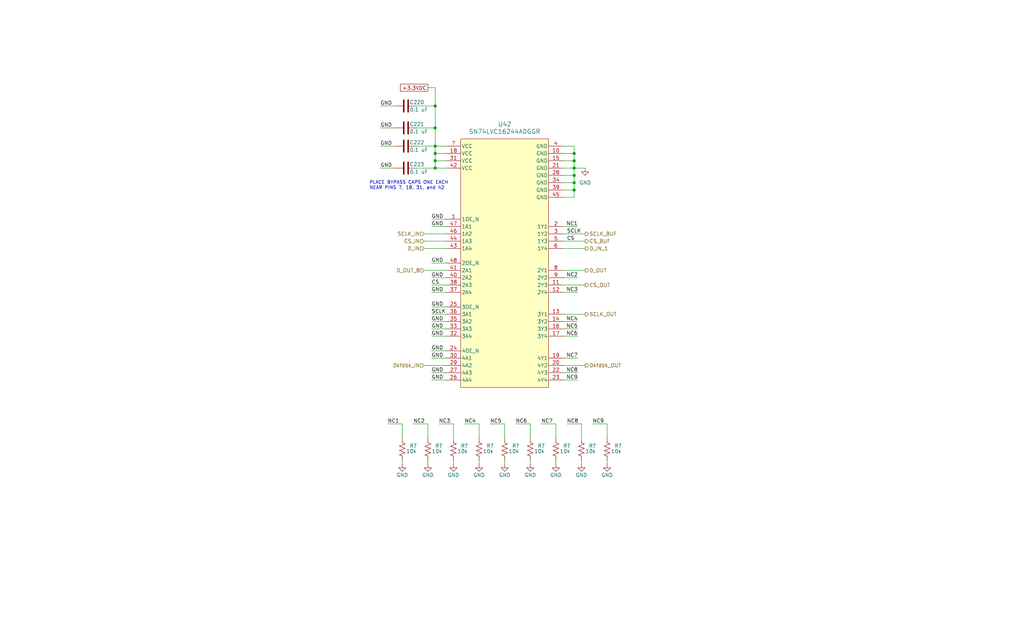
<source format=kicad_sch>
(kicad_sch (version 20231120) (generator "eeschema") (generator_version "8.0")
  (paper "USLegal")
  (title_block (title "LWA ARX  Rev I") (date "2024-11-15") (rev "2.0"))
  (lib_symbols
    (symbol "Device:C" (pin_numbers hide) (pin_names (offset 0.254))
      (property "Reference" "C" (at 0.635 2.54 0))
      (property "Value" "C" (at 0.635 -2.54 0))
      (symbol "C_0_1"
        (polyline (pts (xy -2.032 -0.762) (xy 2.032 -0.762)) (stroke (width 0.508)))
        (polyline (pts (xy -2.032 0.762) (xy 2.032 0.762)) (stroke (width 0.508)))
      )
      (symbol "C_1_1"
        (pin passive line (at 0 3.81 270) (length 2.794) (name "~") (number "1"))
        (pin passive line (at 0 -3.81 90) (length 2.794) (name "~") (number "2"))
      )
    )
    (symbol "Device:R_US" (pin_numbers hide) (pin_names (offset 0))
      (property "Reference" "R" (at 2.54 0 90))
      (property "Value" "R_US" (at -2.54 0 90))
      (symbol "R_US_0_1"
        (polyline (pts (xy 0 -2.286) (xy 0 -2.54)))
        (polyline (pts (xy 0 2.286) (xy 0 2.54)))
        (polyline (pts (xy 0 -0.762) (xy 1.016 -1.143) (xy 0 -1.524) (xy -1.016 -1.905) (xy 0 -2.286)))
        (polyline (pts (xy 0 0.762) (xy 1.016 0.381) (xy 0 0) (xy -1.016 -0.381) (xy 0 -0.762)))
        (polyline (pts (xy 0 2.286) (xy 1.016 1.905) (xy 0 1.524) (xy -1.016 1.143) (xy 0 0.762)))
      )
      (symbol "R_US_1_1"
        (pin passive line (at 0 3.81 270) (length 1.27) (name "~") (number "1"))
        (pin passive line (at 0 -3.81 90) (length 1.27) (name "~") (number "2"))
      )
    )
    (symbol "LWA_RF:SN74LVC16244ADGGR" (pin_names (offset 0.254))
      (property "Reference" "U" (at 0 2.54 0))
      (property "Value" "SN74LVC16244ADGGR" (at 0 0 0))
      (symbol "SN74LVC16244ADGGR_0_1"
        (pin input line (at -20.32 12.7 0) (length 5.08) (name "1OE_N") (number "1"))
        (pin power_in line (at 20.32 35.56 180) (length 5.08) (name "GND") (number "10"))
        (pin tri_state line (at 20.32 -10.16 180) (length 5.08) (name "2Y3") (number "11"))
        (pin tri_state line (at 20.32 -12.7 180) (length 5.08) (name "2Y4") (number "12"))
        (pin tri_state line (at 20.32 -20.32 180) (length 5.08) (name "3Y1") (number "13"))
        (pin tri_state line (at 20.32 -22.86 180) (length 5.08) (name "3Y2") (number "14"))
        (pin power_in line (at 20.32 33.02 180) (length 5.08) (name "GND") (number "15"))
        (pin tri_state line (at 20.32 -25.4 180) (length 5.08) (name "3Y3") (number "16"))
        (pin tri_state line (at 20.32 -27.94 180) (length 5.08) (name "3Y4") (number "17"))
        (pin power_in line (at -20.32 35.56 0) (length 5.08) (name "VCC") (number "18"))
        (pin tri_state line (at 20.32 -35.56 180) (length 5.08) (name "4Y1") (number "19"))
        (pin tri_state line (at 20.32 10.16 180) (length 5.08) (name "1Y1") (number "2"))
        (pin tri_state line (at 20.32 -38.1 180) (length 5.08) (name "4Y2") (number "20"))
        (pin power_in line (at 20.32 30.48 180) (length 5.08) (name "GND") (number "21"))
        (pin tri_state line (at 20.32 -40.64 180) (length 5.08) (name "4Y3") (number "22"))
        (pin tri_state line (at 20.32 -43.18 180) (length 5.08) (name "4Y4") (number "23"))
        (pin input line (at -20.32 -33.02 0) (length 5.08) (name "4OE_N") (number "24"))
        (pin input line (at -20.32 -17.78 0) (length 5.08) (name "3OE_N") (number "25"))
        (pin input line (at -20.32 -43.18 0) (length 5.08) (name "4A4") (number "26"))
        (pin input line (at -20.32 -40.64 0) (length 5.08) (name "4A3") (number "27"))
        (pin power_in line (at 20.32 27.94 180) (length 5.08) (name "GND") (number "28"))
        (pin input line (at -20.32 -38.1 0) (length 5.08) (name "4A2") (number "29"))
        (pin tri_state line (at 20.32 7.62 180) (length 5.08) (name "1Y2") (number "3"))
        (pin input line (at -20.32 -35.56 0) (length 5.08) (name "4A1") (number "30"))
        (pin power_in line (at -20.32 33.02 0) (length 5.08) (name "VCC") (number "31"))
        (pin input line (at -20.32 -27.94 0) (length 5.08) (name "3A4") (number "32"))
        (pin input line (at -20.32 -25.4 0) (length 5.08) (name "3A3") (number "33"))
        (pin power_in line (at 20.32 25.4 180) (length 5.08) (name "GND") (number "34"))
        (pin input line (at -20.32 -22.86 0) (length 5.08) (name "3A2") (number "35"))
        (pin input line (at -20.32 -20.32 0) (length 5.08) (name "3A1") (number "36"))
        (pin input line (at -20.32 -12.7 0) (length 5.08) (name "2A4") (number "37"))
        (pin input line (at -20.32 -10.16 0) (length 5.08) (name "2A3") (number "38"))
        (pin power_in line (at 20.32 22.86 180) (length 5.08) (name "GND") (number "39"))
        (pin power_in line (at 20.32 38.1 180) (length 5.08) (name "GND") (number "4"))
        (pin input line (at -20.32 -7.62 0) (length 5.08) (name "2A2") (number "40"))
        (pin input line (at -20.32 -5.08 0) (length 5.08) (name "2A1") (number "41"))
        (pin power_in line (at -20.32 30.48 0) (length 5.08) (name "VCC") (number "42"))
        (pin input line (at -20.32 2.54 0) (length 5.08) (name "1A4") (number "43"))
        (pin input line (at -20.32 5.08 0) (length 5.08) (name "1A3") (number "44"))
        (pin power_in line (at 20.32 20.32 180) (length 5.08) (name "GND") (number "45"))
        (pin input line (at -20.32 7.62 0) (length 5.08) (name "1A2") (number "46"))
        (pin input line (at -20.32 10.16 0) (length 5.08) (name "1A1") (number "47"))
        (pin input line (at -20.32 -2.54 0) (length 5.08) (name "2OE_N") (number "48"))
        (pin tri_state line (at 20.32 5.08 180) (length 5.08) (name "1Y3") (number "5"))
        (pin tri_state line (at 20.32 2.54 180) (length 5.08) (name "1Y4") (number "6"))
        (pin power_in line (at -20.32 38.1 0) (length 5.08) (name "VCC") (number "7"))
        (pin tri_state line (at 20.32 -5.08 180) (length 5.08) (name "2Y1") (number "8"))
        (pin tri_state line (at 20.32 -7.62 180) (length 5.08) (name "2Y2") (number "9"))
      )
      (symbol "SN74LVC16244ADGGR_1_1"
        (rectangle (start -15.24 40.64) (end 15.24 -45.72) (fill (type background)))
      )
    )
    (symbol "power:GND" (power) (pin_names (offset 0))
      (property "Value" "GND" (at 0 -3.81 0))
      (symbol "GND_0_1"
        (polyline (pts (xy 0 0) (xy 0 -1.27) (xy 1.27 -1.27) (xy 0 -2.54) (xy -1.27 -1.27) (xy 0 -1.27)))
      )
      (symbol "GND_1_1"
        (pin power_in line (at 0 0 270) (length 0) hide (name "GND") (number "1"))
      )
    )
  )
  (junction (at 151.13 50.8))
  (junction (at 199.39 58.42))
  (junction (at 151.13 44.45))
  (junction (at 151.13 36.83))
  (junction (at 199.39 66.04))
  (junction (at 151.13 55.88))
  (junction (at 199.39 60.96))
  (junction (at 199.39 53.34))
  (junction (at 199.39 63.5))
  (junction (at 151.13 58.42))
  (junction (at 199.39 55.88))
  (junction (at 151.13 53.34))
  (wire (pts (xy 193.04 160.02) (xy 193.04 161.29)))
  (wire (pts (xy 154.94 58.42) (xy 151.13 58.42)))
  (wire (pts (xy 149.86 78.74) (xy 154.94 78.74)))
  (wire (pts (xy 201.93 152.4) (xy 201.93 147.32)))
  (wire (pts (xy 143.51 147.32) (xy 148.59 147.32)))
  (wire (pts (xy 203.2 127) (xy 195.58 127)))
  (wire (pts (xy 151.13 55.88) (xy 154.94 55.88)))
  (wire (pts (xy 166.37 152.4) (xy 166.37 147.32)))
  (wire (pts (xy 200.66 101.6) (xy 195.58 101.6)))
  (wire (pts (xy 151.13 36.83) (xy 151.13 30.48)))
  (wire (pts (xy 199.39 58.42) (xy 199.39 60.96)))
  (wire (pts (xy 199.39 58.42) (xy 203.2 58.42)))
  (wire (pts (xy 203.2 81.28) (xy 195.58 81.28)))
  (wire (pts (xy 187.96 147.32) (xy 193.04 147.32)))
  (wire (pts (xy 144.78 36.83) (xy 151.13 36.83)))
  (wire (pts (xy 200.66 116.84) (xy 195.58 116.84)))
  (wire (pts (xy 203.2 86.36) (xy 195.58 86.36)))
  (wire (pts (xy 161.29 147.32) (xy 166.37 147.32)))
  (wire (pts (xy 184.15 152.4) (xy 184.15 147.32)))
  (wire (pts (xy 151.13 53.34) (xy 154.94 53.34)))
  (wire (pts (xy 157.48 152.4) (xy 157.48 147.32)))
  (wire (pts (xy 203.2 109.22) (xy 195.58 109.22)))
  (wire (pts (xy 149.86 96.52) (xy 154.94 96.52)))
  (wire (pts (xy 144.78 44.45) (xy 151.13 44.45)))
  (wire (pts (xy 175.26 152.4) (xy 175.26 147.32)))
  (wire (pts (xy 200.66 124.46) (xy 195.58 124.46)))
  (wire (pts (xy 149.86 124.46) (xy 154.94 124.46)))
  (wire (pts (xy 151.13 53.34) (xy 151.13 50.8)))
  (wire (pts (xy 205.74 147.32) (xy 210.82 147.32)))
  (wire (pts (xy 200.66 132.08) (xy 195.58 132.08)))
  (wire (pts (xy 203.2 93.98) (xy 195.58 93.98)))
  (wire (pts (xy 195.58 58.42) (xy 199.39 58.42)))
  (wire (pts (xy 203.2 99.06) (xy 195.58 99.06)))
  (wire (pts (xy 199.39 63.5) (xy 199.39 66.04)))
  (wire (pts (xy 195.58 68.58) (xy 199.39 68.58)))
  (wire (pts (xy 147.32 81.28) (xy 154.94 81.28)))
  (wire (pts (xy 203.2 83.82) (xy 195.58 83.82)))
  (wire (pts (xy 199.39 50.8) (xy 199.39 53.34)))
  (wire (pts (xy 149.86 111.76) (xy 154.94 111.76)))
  (wire (pts (xy 199.39 66.04) (xy 199.39 68.58)))
  (wire (pts (xy 179.07 147.32) (xy 184.15 147.32)))
  (wire (pts (xy 144.78 58.42) (xy 151.13 58.42)))
  (wire (pts (xy 151.13 50.8) (xy 151.13 44.45)))
  (wire (pts (xy 157.48 160.02) (xy 157.48 161.29)))
  (wire (pts (xy 151.13 58.42) (xy 151.13 55.88)))
  (wire (pts (xy 149.86 101.6) (xy 154.94 101.6)))
  (wire (pts (xy 195.58 60.96) (xy 199.39 60.96)))
  (wire (pts (xy 139.7 160.02) (xy 139.7 161.29)))
  (wire (pts (xy 175.26 160.02) (xy 175.26 161.29)))
  (wire (pts (xy 184.15 160.02) (xy 184.15 161.29)))
  (wire (pts (xy 148.59 160.02) (xy 148.59 161.29)))
  (wire (pts (xy 149.86 121.92) (xy 154.94 121.92)))
  (wire (pts (xy 144.78 50.8) (xy 151.13 50.8)))
  (wire (pts (xy 149.86 114.3) (xy 154.94 114.3)))
  (wire (pts (xy 195.58 55.88) (xy 199.39 55.88)))
  (wire (pts (xy 147.32 83.82) (xy 154.94 83.82)))
  (wire (pts (xy 151.13 44.45) (xy 151.13 36.83)))
  (wire (pts (xy 132.08 50.8) (xy 137.16 50.8)))
  (wire (pts (xy 200.66 78.74) (xy 195.58 78.74)))
  (wire (pts (xy 139.7 152.4) (xy 139.7 147.32)))
  (wire (pts (xy 152.4 147.32) (xy 157.48 147.32)))
  (wire (pts (xy 193.04 152.4) (xy 193.04 147.32)))
  (wire (pts (xy 200.66 111.76) (xy 195.58 111.76)))
  (wire (pts (xy 151.13 50.8) (xy 154.94 50.8)))
  (wire (pts (xy 147.32 93.98) (xy 154.94 93.98)))
  (wire (pts (xy 200.66 114.3) (xy 195.58 114.3)))
  (wire (pts (xy 134.62 147.32) (xy 139.7 147.32)))
  (wire (pts (xy 151.13 30.48) (xy 148.59 30.48)))
  (wire (pts (xy 149.86 91.44) (xy 154.94 91.44)))
  (wire (pts (xy 149.86 99.06) (xy 154.94 99.06)))
  (wire (pts (xy 149.86 132.08) (xy 154.94 132.08)))
  (wire (pts (xy 196.85 147.32) (xy 201.93 147.32)))
  (wire (pts (xy 132.08 44.45) (xy 137.16 44.45)))
  (wire (pts (xy 170.18 147.32) (xy 175.26 147.32)))
  (wire (pts (xy 149.86 109.22) (xy 154.94 109.22)))
  (wire (pts (xy 210.82 152.4) (xy 210.82 147.32)))
  (wire (pts (xy 132.08 58.42) (xy 137.16 58.42)))
  (wire (pts (xy 149.86 76.2) (xy 154.94 76.2)))
  (wire (pts (xy 149.86 106.68) (xy 154.94 106.68)))
  (wire (pts (xy 195.58 53.34) (xy 199.39 53.34)))
  (wire (pts (xy 149.86 116.84) (xy 154.94 116.84)))
  (wire (pts (xy 166.37 160.02) (xy 166.37 161.29)))
  (wire (pts (xy 199.39 58.42) (xy 199.39 55.88)))
  (wire (pts (xy 199.39 53.34) (xy 199.39 55.88)))
  (wire (pts (xy 195.58 50.8) (xy 199.39 50.8)))
  (wire (pts (xy 199.39 60.96) (xy 199.39 63.5)))
  (wire (pts (xy 200.66 96.52) (xy 195.58 96.52)))
  (wire (pts (xy 147.32 86.36) (xy 154.94 86.36)))
  (wire (pts (xy 201.93 160.02) (xy 201.93 161.29)))
  (wire (pts (xy 210.82 160.02) (xy 210.82 161.29)))
  (wire (pts (xy 195.58 66.04) (xy 199.39 66.04)))
  (wire (pts (xy 148.59 152.4) (xy 148.59 147.32)))
  (wire (pts (xy 147.32 127) (xy 154.94 127)))
  (wire (pts (xy 195.58 63.5) (xy 199.39 63.5)))
  (wire (pts (xy 200.66 129.54) (xy 195.58 129.54)))
  (wire (pts (xy 149.86 129.54) (xy 154.94 129.54)))
  (wire (pts (xy 151.13 53.34) (xy 151.13 55.88)))
  (wire (pts (xy 132.08 36.83) (xy 137.16 36.83)))
  (text "PLACE BYPASS CAPS ONE EACH\nNEAR PINS 7, 18, 31, and 42" (at 128.27 66.04 0) (effects (font (size 1.143 1.143)) (justify left bottom)))
  (label "GND" (at 149.86 76.2 0))
  (label "NC4" (at 200.66 111.76 180))
  (label "NC9" (at 200.66 132.08 180))
  (label "CS" (at 196.85 83.82 0))
  (label "GND" (at 149.86 114.3 0))
  (label "NC4" (at 161.29 147.32 0))
  (label "SCLK" (at 196.85 81.28 0))
  (label "GND" (at 132.08 58.42 0))
  (label "NC1" (at 134.62 147.32 0))
  (label "NC2" (at 143.51 147.32 0))
  (label "GND" (at 149.86 111.76 0))
  (label "GND" (at 149.86 124.46 0))
  (label "NC8" (at 200.66 129.54 180))
  (label "CS" (at 149.86 99.06 0))
  (label "GND" (at 149.86 132.08 0))
  (label "NC3" (at 152.4 147.32 0))
  (label "GND" (at 149.86 101.6 0))
  (label "GND" (at 149.86 91.44 0))
  (label "NC2" (at 200.66 96.52 180))
  (label "GND" (at 149.86 121.92 0))
  (label "NC6" (at 200.66 116.84 180))
  (label "SCLK" (at 149.86 109.22 0))
  (label "GND" (at 149.86 106.68 0))
  (label "GND" (at 132.08 50.8 0))
  (label "NC6" (at 179.07 147.32 0))
  (label "GND" (at 149.86 129.54 0))
  (label "GND" (at 149.86 96.52 0))
  (label "NC8" (at 196.85 147.32 0))
  (label "GND" (at 132.08 44.45 0))
  (label "NC9" (at 205.74 147.32 0))
  (label "GND" (at 132.08 36.83 0))
  (label "NC7" (at 200.66 124.46 180))
  (label "NC7" (at 187.96 147.32 0))
  (label "NC5" (at 200.66 114.3 180))
  (label "NC5" (at 170.18 147.32 0))
  (label "GND" (at 149.86 78.74 0))
  (label "NC1" (at 200.66 78.74 180))
  (label "GND" (at 149.86 116.84 0))
  (label "NC3" (at 200.66 101.6 180))
  (global_label "+3.3VDC" (shape passive) (at 148.59 30.48 180) (property "Intersheetrefs" "${INTERSHEET_REFS}" (effects (hide yes))))
  (hierarchical_label "D_OUT" (shape output) (at 203.2 93.98 0))
  (hierarchical_label "D_OUT_8" (shape input) (at 147.32 93.98 180))
  (hierarchical_label "SCLK_OUT" (shape output) (at 203.2 109.22 0))
  (hierarchical_label "D_IN_1" (shape output) (at 203.2 86.36 0))
  (hierarchical_label "D_IN" (shape input) (at 147.32 86.36 180))
  (hierarchical_label "Dkfdbk_OUT" (shape output) (at 203.2 127 0))
  (hierarchical_label "CS_IN" (shape input) (at 147.32 83.82 180))
  (hierarchical_label "SCLK_BUF" (shape output) (at 203.2 81.28 0))
  (hierarchical_label "Dkfdbk_IN" (shape input) (at 147.32 127 180))
  (hierarchical_label "CS_BUF" (shape output) (at 203.2 83.82 0))
  (hierarchical_label "SCLK_IN" (shape input) (at 147.32 81.28 180))
  (hierarchical_label "CS_OUT" (shape output) (at 203.2 99.06 0))
  (symbol (lib_id "power:GND") (at 175.26 161.29 0) (unit 1)
    (property "Reference" "#PWR0248" (effects (hide yes)))
    (property "Value" "GND" (at 175.26 165.1 0))
  )
  (symbol (lib_id "Device:R_US") (at 210.82 156.21 0) (unit 1)
    (property "Reference" "R?" (at 214.63 154.94 0))
    (property "Value" "10k" (at 213.995 156.845 0))
    (property "Footprint" "Resistor_SMD:R_0805_2012Metric_Pad1.20x1.40mm_HandSolder" (effects (hide yes)))
    (property "Datasheet" "http://www.yageo.com/documents/recent/PYu-RC_Group_51_RoHS_L_10.pdf" (effects (hide yes)))
    (property "MFGR" "Yageo" (effects (hide yes)))
    (property "MPN" "RC0805FR-0710KL" (effects (hide yes)))
    (property "Tolerance" "1%" (effects (hide yes)))
    (property "Power" "1/8 W" (effects (hide yes)))
    (property "Temp Coeff" "NA" (effects (hide yes)))
    (property "Voltage Rating" "150 V" (effects (hide yes)))
    (property "Unit Cost" "0.10" (effects (hide yes)))
    (property "Stock" "30814943" (effects (hide yes)))
    (property "Stock Date" "03/04/2020" (effects (hide yes)))
    (property "Desc" "RES SMD 10K OHM 1% 1/8W 0805" (effects (hide yes)))
    (instances (project "Solenoid_Array_Mainboard" (path "" (reference "R?") (unit 1))) (project "ARX" (path "" (reference "R130") (unit 1))))
  )
  (symbol (lib_id "Device:C") (at 140.97 36.83 270) (mirror x) (unit 1)
    (property "Reference" "C220" (at 142.24 35.56 90) (effects (justify left)))
    (property "Value" "0.1 uF" (at 142.24 38.1 90) (effects (justify left)))
    (property "Footprint" "LWA RF:C_1206_3216Metric_Pad1.6x1.8mm" (effects (hide yes)))
    (property "Datasheet" "https://www.yageo.com/upload/media/product/products/datasheet/mlcc/UPY-NP0X7R_MV_100-to-630V_21.pdf" (effects (hide yes)))
    (property "MPN" "CC1206KKX7RYBB104" (effects (hide yes)))
    (property "MFGR" "Yageo" (effects (hide yes)))
    (property "Tolerance" "10%" (effects (hide yes)))
    (property "Power" "NA" (effects (hide yes)))
    (property "Voltage Rating" "250 V" (effects (hide yes)))
    (property "Unit Cost" "0.33" (effects (hide yes)))
    (property "Stock" "1075" (effects (hide yes)))
    (property "Stock Date" "03/02/2022" (effects (hide yes)))
    (property "Desc" "CAP CER 0.1UF 250V X7R 1206" (effects (hide yes)))
    (property "Voltage" "250 V" (effects (hide yes)))
    (property "Temp Coeff" "X7R" (effects (hide yes)))
    (instances (project "ARX" (path "" (reference "C220") (unit 1))) (project "LWA Balun 2020" (path "" (reference "C?") (unit 1))))
  )
  (symbol (lib_id "Device:C") (at 140.97 44.45 270) (mirror x) (unit 1)
    (property "Reference" "C221" (at 142.24 43.18 90) (effects (justify left)))
    (property "Value" "0.1 uF" (at 142.24 45.72 90) (effects (justify left)))
    (property "Footprint" "LWA RF:C_1206_3216Metric_Pad1.6x1.8mm" (effects (hide yes)))
    (property "Datasheet" "https://www.yageo.com/upload/media/product/products/datasheet/mlcc/UPY-NP0X7R_MV_100-to-630V_21.pdf" (effects (hide yes)))
    (property "MPN" "CC1206KKX7RYBB104" (effects (hide yes)))
    (property "MFGR" "Yageo" (effects (hide yes)))
    (property "Tolerance" "10%" (effects (hide yes)))
    (property "Power" "NA" (effects (hide yes)))
    (property "Voltage Rating" "250 V" (effects (hide yes)))
    (property "Unit Cost" "0.33" (effects (hide yes)))
    (property "Stock" "1075" (effects (hide yes)))
    (property "Stock Date" "03/02/2022" (effects (hide yes)))
    (property "Desc" "CAP CER 0.1UF 250V X7R 1206" (effects (hide yes)))
    (property "Voltage" "250 V" (effects (hide yes)))
    (property "Temp Coeff" "X7R" (effects (hide yes)))
    (instances (project "ARX" (path "" (reference "C221") (unit 1))) (project "LWA Balun 2020" (path "" (reference "C?") (unit 1))))
  )
  (symbol (lib_id "power:GND") (at 157.48 161.29 0) (unit 1)
    (property "Reference" "#PWR0246" (effects (hide yes)))
    (property "Value" "GND" (at 157.48 165.1 0))
  )
  (symbol (lib_id "power:GND") (at 203.2 58.42 0) (unit 1)
    (property "Reference" "#PWR0252" (effects (hide yes)))
    (property "Value" "GND" (at 203.2 63.5 0))
  )
  (symbol (lib_id "power:GND") (at 184.15 161.29 0) (unit 1)
    (property "Reference" "#PWR0249" (effects (hide yes)))
    (property "Value" "GND" (at 184.15 165.1 0))
  )
  (symbol (lib_id "Device:R_US") (at 193.04 156.21 0) (unit 1)
    (property "Reference" "R?" (at 196.85 154.94 0))
    (property "Value" "10k" (at 196.215 156.845 0))
    (property "Footprint" "Resistor_SMD:R_0805_2012Metric_Pad1.20x1.40mm_HandSolder" (effects (hide yes)))
    (property "Datasheet" "http://www.yageo.com/documents/recent/PYu-RC_Group_51_RoHS_L_10.pdf" (effects (hide yes)))
    (property "MFGR" "Yageo" (effects (hide yes)))
    (property "MPN" "RC0805FR-0710KL" (effects (hide yes)))
    (property "Tolerance" "1%" (effects (hide yes)))
    (property "Power" "1/8 W" (effects (hide yes)))
    (property "Temp Coeff" "NA" (effects (hide yes)))
    (property "Voltage Rating" "150 V" (effects (hide yes)))
    (property "Unit Cost" "0.10" (effects (hide yes)))
    (property "Stock" "30814943" (effects (hide yes)))
    (property "Stock Date" "03/04/2020" (effects (hide yes)))
    (property "Desc" "RES SMD 10K OHM 1% 1/8W 0805" (effects (hide yes)))
    (instances (project "Solenoid_Array_Mainboard" (path "" (reference "R?") (unit 1))) (project "ARX" (path "" (reference "R128") (unit 1))))
  )
  (symbol (lib_id "power:GND") (at 201.93 161.29 0) (unit 1)
    (property "Reference" "#PWR0251" (effects (hide yes)))
    (property "Value" "GND" (at 201.93 165.1 0))
  )
  (symbol (lib_id "Device:R_US") (at 201.93 156.21 0) (unit 1)
    (property "Reference" "R?" (at 205.74 154.94 0))
    (property "Value" "10k" (at 205.105 156.845 0))
    (property "Footprint" "Resistor_SMD:R_0805_2012Metric_Pad1.20x1.40mm_HandSolder" (effects (hide yes)))
    (property "Datasheet" "http://www.yageo.com/documents/recent/PYu-RC_Group_51_RoHS_L_10.pdf" (effects (hide yes)))
    (property "MFGR" "Yageo" (effects (hide yes)))
    (property "MPN" "RC0805FR-0710KL" (effects (hide yes)))
    (property "Tolerance" "1%" (effects (hide yes)))
    (property "Power" "1/8 W" (effects (hide yes)))
    (property "Temp Coeff" "NA" (effects (hide yes)))
    (property "Voltage Rating" "150 V" (effects (hide yes)))
    (property "Unit Cost" "0.10" (effects (hide yes)))
    (property "Stock" "30814943" (effects (hide yes)))
    (property "Stock Date" "03/04/2020" (effects (hide yes)))
    (property "Desc" "RES SMD 10K OHM 1% 1/8W 0805" (effects (hide yes)))
    (instances (project "Solenoid_Array_Mainboard" (path "" (reference "R?") (unit 1))) (project "ARX" (path "" (reference "R129") (unit 1))))
  )
  (symbol (lib_id "LWA_RF:SN74LVC16244ADGGR") (at 175.26 88.9 0) (unit 1)
    (property "Reference" "U42" (at 175.26 43.18 0) (effects (font (size 1.524 1.524))))
    (property "Value" "SN74LVC16244ADGGR" (at 175.26 45.72 0) (effects (font (size 1.524 1.524))))
    (property "Footprint" "LWA RF:TSSOP-48_6.1x12.5mm_P0.5mm" (effects (hide yes)))
    (property "Datasheet" "https://www.ti.com/lit/ds/scas699c/scas699c.pdf" (effects (hide yes)))
    (property "MFGR" "Texas Instruments" (effects (hide yes)))
    (property "MPN" "SN74LVC16244ADGGR" (effects (hide yes)))
    (property "Unit Cost" "0.90" (effects (hide yes)))
    (property "Stock" "1590" (effects (hide yes)))
    (property "Stock Date" "11/23/2023" (effects (hide yes)))
    (property "Desc" "IC BUF NON-INVERT 3.6V 48TSSOP" (effects (hide yes)))
  )
  (symbol (lib_id "Device:R_US") (at 184.15 156.21 0) (unit 1)
    (property "Reference" "R?" (at 187.96 154.94 0))
    (property "Value" "10k" (at 187.325 156.845 0))
    (property "Footprint" "Resistor_SMD:R_0805_2012Metric_Pad1.20x1.40mm_HandSolder" (effects (hide yes)))
    (property "Datasheet" "http://www.yageo.com/documents/recent/PYu-RC_Group_51_RoHS_L_10.pdf" (effects (hide yes)))
    (property "MFGR" "Yageo" (effects (hide yes)))
    (property "MPN" "RC0805FR-0710KL" (effects (hide yes)))
    (property "Tolerance" "1%" (effects (hide yes)))
    (property "Power" "1/8 W" (effects (hide yes)))
    (property "Temp Coeff" "NA" (effects (hide yes)))
    (property "Voltage Rating" "150 V" (effects (hide yes)))
    (property "Unit Cost" "0.10" (effects (hide yes)))
    (property "Stock" "30814943" (effects (hide yes)))
    (property "Stock Date" "03/04/2020" (effects (hide yes)))
    (property "Desc" "RES SMD 10K OHM 1% 1/8W 0805" (effects (hide yes)))
    (instances (project "Solenoid_Array_Mainboard" (path "" (reference "R?") (unit 1))) (project "ARX" (path "" (reference "R127") (unit 1))))
  )
  (symbol (lib_id "power:GND") (at 166.37 161.29 0) (unit 1)
    (property "Reference" "#PWR0247" (effects (hide yes)))
    (property "Value" "GND" (at 166.37 165.1 0))
  )
  (symbol (lib_id "Device:R_US") (at 166.37 156.21 0) (unit 1)
    (property "Reference" "R?" (at 170.18 154.94 0))
    (property "Value" "10k" (at 169.545 156.845 0))
    (property "Footprint" "Resistor_SMD:R_0805_2012Metric_Pad1.20x1.40mm_HandSolder" (effects (hide yes)))
    (property "Datasheet" "http://www.yageo.com/documents/recent/PYu-RC_Group_51_RoHS_L_10.pdf" (effects (hide yes)))
    (property "MFGR" "Yageo" (effects (hide yes)))
    (property "MPN" "RC0805FR-0710KL" (effects (hide yes)))
    (property "Tolerance" "1%" (effects (hide yes)))
    (property "Power" "1/8 W" (effects (hide yes)))
    (property "Temp Coeff" "NA" (effects (hide yes)))
    (property "Voltage Rating" "150 V" (effects (hide yes)))
    (property "Unit Cost" "0.10" (effects (hide yes)))
    (property "Stock" "30814943" (effects (hide yes)))
    (property "Stock Date" "03/04/2020" (effects (hide yes)))
    (property "Desc" "RES SMD 10K OHM 1% 1/8W 0805" (effects (hide yes)))
    (instances (project "Solenoid_Array_Mainboard" (path "" (reference "R?") (unit 1))) (project "ARX" (path "" (reference "R125") (unit 1))))
  )
  (symbol (lib_id "power:GND") (at 139.7 161.29 0) (unit 1)
    (property "Reference" "#PWR0244" (effects (hide yes)))
    (property "Value" "GND" (at 139.7 165.1 0))
  )
  (symbol (lib_id "Device:C") (at 140.97 58.42 270) (mirror x) (unit 1)
    (property "Reference" "C223" (at 142.24 57.15 90) (effects (justify left)))
    (property "Value" "0.1 uF" (at 142.24 59.69 90) (effects (justify left)))
    (property "Footprint" "LWA RF:C_1206_3216Metric_Pad1.6x1.8mm" (effects (hide yes)))
    (property "Datasheet" "https://www.yageo.com/upload/media/product/products/datasheet/mlcc/UPY-NP0X7R_MV_100-to-630V_21.pdf" (effects (hide yes)))
    (property "MPN" "CC1206KKX7RYBB104" (effects (hide yes)))
    (property "MFGR" "Yageo" (effects (hide yes)))
    (property "Tolerance" "10%" (effects (hide yes)))
    (property "Power" "NA" (effects (hide yes)))
    (property "Voltage Rating" "250 V" (effects (hide yes)))
    (property "Unit Cost" "0.33" (effects (hide yes)))
    (property "Stock" "1075" (effects (hide yes)))
    (property "Stock Date" "03/02/2022" (effects (hide yes)))
    (property "Desc" "CAP CER 0.1UF 250V X7R 1206" (effects (hide yes)))
    (property "Voltage" "250 V" (effects (hide yes)))
    (property "Temp Coeff" "X7R" (effects (hide yes)))
    (instances (project "ARX" (path "" (reference "C223") (unit 1))) (project "LWA Balun 2020" (path "" (reference "C?") (unit 1))))
  )
  (symbol (lib_id "power:GND") (at 148.59 161.29 0) (unit 1)
    (property "Reference" "#PWR0245" (effects (hide yes)))
    (property "Value" "GND" (at 148.59 165.1 0))
  )
  (symbol (lib_id "Device:R_US") (at 175.26 156.21 0) (unit 1)
    (property "Reference" "R?" (at 179.07 154.94 0))
    (property "Value" "10k" (at 178.435 156.845 0))
    (property "Footprint" "Resistor_SMD:R_0805_2012Metric_Pad1.20x1.40mm_HandSolder" (effects (hide yes)))
    (property "Datasheet" "http://www.yageo.com/documents/recent/PYu-RC_Group_51_RoHS_L_10.pdf" (effects (hide yes)))
    (property "MFGR" "Yageo" (effects (hide yes)))
    (property "MPN" "RC0805FR-0710KL" (effects (hide yes)))
    (property "Tolerance" "1%" (effects (hide yes)))
    (property "Power" "1/8 W" (effects (hide yes)))
    (property "Temp Coeff" "NA" (effects (hide yes)))
    (property "Voltage Rating" "150 V" (effects (hide yes)))
    (property "Unit Cost" "0.10" (effects (hide yes)))
    (property "Stock" "30814943" (effects (hide yes)))
    (property "Stock Date" "03/04/2020" (effects (hide yes)))
    (property "Desc" "RES SMD 10K OHM 1% 1/8W 0805" (effects (hide yes)))
    (instances (project "Solenoid_Array_Mainboard" (path "" (reference "R?") (unit 1))) (project "ARX" (path "" (reference "R126") (unit 1))))
  )
  (symbol (lib_id "Device:R_US") (at 139.7 156.21 0) (unit 1)
    (property "Reference" "R?" (at 143.51 154.94 0))
    (property "Value" "10k" (at 142.875 156.845 0))
    (property "Footprint" "Resistor_SMD:R_0805_2012Metric_Pad1.20x1.40mm_HandSolder" (effects (hide yes)))
    (property "Datasheet" "http://www.yageo.com/documents/recent/PYu-RC_Group_51_RoHS_L_10.pdf" (effects (hide yes)))
    (property "MFGR" "Yageo" (effects (hide yes)))
    (property "MPN" "RC0805FR-0710KL" (effects (hide yes)))
    (property "Tolerance" "1%" (effects (hide yes)))
    (property "Power" "1/8 W" (effects (hide yes)))
    (property "Temp Coeff" "NA" (effects (hide yes)))
    (property "Voltage Rating" "150 V" (effects (hide yes)))
    (property "Unit Cost" "0.10" (effects (hide yes)))
    (property "Stock" "30814943" (effects (hide yes)))
    (property "Stock Date" "03/04/2020" (effects (hide yes)))
    (property "Desc" "RES SMD 10K OHM 1% 1/8W 0805" (effects (hide yes)))
    (instances (project "Solenoid_Array_Mainboard" (path "" (reference "R?") (unit 1))) (project "ARX" (path "" (reference "R122") (unit 1))))
  )
  (symbol (lib_id "Device:R_US") (at 148.59 156.21 0) (unit 1)
    (property "Reference" "R?" (at 152.4 154.94 0))
    (property "Value" "10k" (at 151.765 156.845 0))
    (property "Footprint" "Resistor_SMD:R_0805_2012Metric_Pad1.20x1.40mm_HandSolder" (effects (hide yes)))
    (property "Datasheet" "http://www.yageo.com/documents/recent/PYu-RC_Group_51_RoHS_L_10.pdf" (effects (hide yes)))
    (property "MFGR" "Yageo" (effects (hide yes)))
    (property "MPN" "RC0805FR-0710KL" (effects (hide yes)))
    (property "Tolerance" "1%" (effects (hide yes)))
    (property "Power" "1/8 W" (effects (hide yes)))
    (property "Temp Coeff" "NA" (effects (hide yes)))
    (property "Voltage Rating" "150 V" (effects (hide yes)))
    (property "Unit Cost" "0.10" (effects (hide yes)))
    (property "Stock" "30814943" (effects (hide yes)))
    (property "Stock Date" "03/04/2020" (effects (hide yes)))
    (property "Desc" "RES SMD 10K OHM 1% 1/8W 0805" (effects (hide yes)))
    (instances (project "Solenoid_Array_Mainboard" (path "" (reference "R?") (unit 1))) (project "ARX" (path "" (reference "R123") (unit 1))))
  )
  (symbol (lib_id "Device:C") (at 140.97 50.8 270) (mirror x) (unit 1)
    (property "Reference" "C222" (at 142.24 49.53 90) (effects (justify left)))
    (property "Value" "0.1 uF" (at 142.24 52.07 90) (effects (justify left)))
    (property "Footprint" "LWA RF:C_1206_3216Metric_Pad1.6x1.8mm" (effects (hide yes)))
    (property "Datasheet" "https://www.yageo.com/upload/media/product/products/datasheet/mlcc/UPY-NP0X7R_MV_100-to-630V_21.pdf" (effects (hide yes)))
    (property "MPN" "CC1206KKX7RYBB104" (effects (hide yes)))
    (property "MFGR" "Yageo" (effects (hide yes)))
    (property "Tolerance" "10%" (effects (hide yes)))
    (property "Power" "NA" (effects (hide yes)))
    (property "Voltage Rating" "250 V" (effects (hide yes)))
    (property "Unit Cost" "0.33" (effects (hide yes)))
    (property "Stock" "1075" (effects (hide yes)))
    (property "Stock Date" "03/02/2022" (effects (hide yes)))
    (property "Desc" "CAP CER 0.1UF 250V X7R 1206" (effects (hide yes)))
    (property "Voltage" "250 V" (effects (hide yes)))
    (property "Temp Coeff" "X7R" (effects (hide yes)))
    (instances (project "ARX" (path "" (reference "C222") (unit 1))) (project "LWA Balun 2020" (path "" (reference "C?") (unit 1))))
  )
  (symbol (lib_id "power:GND") (at 193.04 161.29 0) (unit 1)
    (property "Reference" "#PWR0250" (effects (hide yes)))
    (property "Value" "GND" (at 193.04 165.1 0))
  )
  (symbol (lib_id "Device:R_US") (at 157.48 156.21 0) (unit 1)
    (property "Reference" "R?" (at 161.29 154.94 0))
    (property "Value" "10k" (at 160.655 156.845 0))
    (property "Footprint" "Resistor_SMD:R_0805_2012Metric_Pad1.20x1.40mm_HandSolder" (effects (hide yes)))
    (property "Datasheet" "http://www.yageo.com/documents/recent/PYu-RC_Group_51_RoHS_L_10.pdf" (effects (hide yes)))
    (property "MFGR" "Yageo" (effects (hide yes)))
    (property "MPN" "RC0805FR-0710KL" (effects (hide yes)))
    (property "Tolerance" "1%" (effects (hide yes)))
    (property "Power" "1/8 W" (effects (hide yes)))
    (property "Temp Coeff" "NA" (effects (hide yes)))
    (property "Voltage Rating" "150 V" (effects (hide yes)))
    (property "Unit Cost" "0.10" (effects (hide yes)))
    (property "Stock" "30814943" (effects (hide yes)))
    (property "Stock Date" "03/04/2020" (effects (hide yes)))
    (property "Desc" "RES SMD 10K OHM 1% 1/8W 0805" (effects (hide yes)))
    (instances (project "Solenoid_Array_Mainboard" (path "" (reference "R?") (unit 1))) (project "ARX" (path "" (reference "R124") (unit 1))))
  )
  (symbol (lib_id "power:GND") (at 210.82 161.29 0) (unit 1)
    (property "Reference" "#PWR0253" (effects (hide yes)))
    (property "Value" "GND" (at 210.82 165.1 0))
  )
)
</source>
